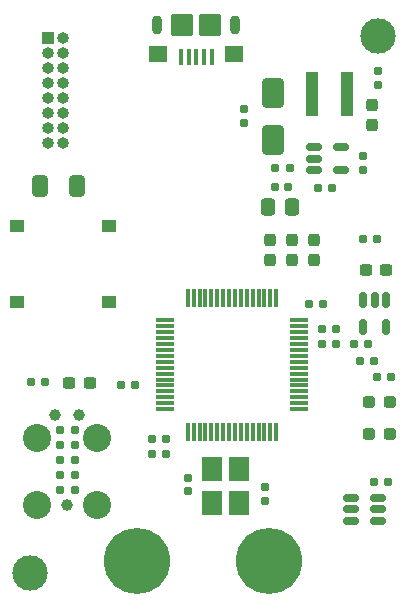
<source format=gbr>
%TF.GenerationSoftware,KiCad,Pcbnew,8.0.5*%
%TF.CreationDate,2024-10-08T14:31:27-07:00*%
%TF.ProjectId,USB_SPDTK2,5553425f-5350-4445-944b-322e6b696361,rev?*%
%TF.SameCoordinates,Original*%
%TF.FileFunction,Soldermask,Top*%
%TF.FilePolarity,Negative*%
%FSLAX46Y46*%
G04 Gerber Fmt 4.6, Leading zero omitted, Abs format (unit mm)*
G04 Created by KiCad (PCBNEW 8.0.5) date 2024-10-08 14:31:27*
%MOMM*%
%LPD*%
G01*
G04 APERTURE LIST*
G04 Aperture macros list*
%AMRoundRect*
0 Rectangle with rounded corners*
0 $1 Rounding radius*
0 $2 $3 $4 $5 $6 $7 $8 $9 X,Y pos of 4 corners*
0 Add a 4 corners polygon primitive as box body*
4,1,4,$2,$3,$4,$5,$6,$7,$8,$9,$2,$3,0*
0 Add four circle primitives for the rounded corners*
1,1,$1+$1,$2,$3*
1,1,$1+$1,$4,$5*
1,1,$1+$1,$6,$7*
1,1,$1+$1,$8,$9*
0 Add four rect primitives between the rounded corners*
20,1,$1+$1,$2,$3,$4,$5,0*
20,1,$1+$1,$4,$5,$6,$7,0*
20,1,$1+$1,$6,$7,$8,$9,0*
20,1,$1+$1,$8,$9,$2,$3,0*%
G04 Aperture macros list end*
%ADD10RoundRect,0.155000X0.155000X-0.212500X0.155000X0.212500X-0.155000X0.212500X-0.155000X-0.212500X0*%
%ADD11RoundRect,0.155000X-0.212500X-0.155000X0.212500X-0.155000X0.212500X0.155000X-0.212500X0.155000X0*%
%ADD12RoundRect,0.075000X0.075000X-0.700000X0.075000X0.700000X-0.075000X0.700000X-0.075000X-0.700000X0*%
%ADD13RoundRect,0.075000X0.700000X-0.075000X0.700000X0.075000X-0.700000X0.075000X-0.700000X-0.075000X0*%
%ADD14R,1.100000X3.700000*%
%ADD15RoundRect,0.155000X0.212500X0.155000X-0.212500X0.155000X-0.212500X-0.155000X0.212500X-0.155000X0*%
%ADD16RoundRect,0.237500X0.287500X0.237500X-0.287500X0.237500X-0.287500X-0.237500X0.287500X-0.237500X0*%
%ADD17RoundRect,0.160000X0.160000X-0.197500X0.160000X0.197500X-0.160000X0.197500X-0.160000X-0.197500X0*%
%ADD18RoundRect,0.237500X0.300000X0.237500X-0.300000X0.237500X-0.300000X-0.237500X0.300000X-0.237500X0*%
%ADD19R,1.250000X1.000000*%
%ADD20RoundRect,0.160000X0.197500X0.160000X-0.197500X0.160000X-0.197500X-0.160000X0.197500X-0.160000X0*%
%ADD21RoundRect,0.237500X0.237500X-0.300000X0.237500X0.300000X-0.237500X0.300000X-0.237500X-0.300000X0*%
%ADD22RoundRect,0.237500X-0.237500X0.287500X-0.237500X-0.287500X0.237500X-0.287500X0.237500X0.287500X0*%
%ADD23RoundRect,0.150000X-0.512500X-0.150000X0.512500X-0.150000X0.512500X0.150000X-0.512500X0.150000X0*%
%ADD24RoundRect,0.160000X-0.160000X0.197500X-0.160000X-0.197500X0.160000X-0.197500X0.160000X0.197500X0*%
%ADD25R,1.000000X1.000000*%
%ADD26O,1.000000X1.000000*%
%ADD27RoundRect,0.150000X-0.150000X0.512500X-0.150000X-0.512500X0.150000X-0.512500X0.150000X0.512500X0*%
%ADD28RoundRect,0.250000X-0.412500X-0.650000X0.412500X-0.650000X0.412500X0.650000X-0.412500X0.650000X0*%
%ADD29RoundRect,0.250000X0.650000X-1.000000X0.650000X1.000000X-0.650000X1.000000X-0.650000X-1.000000X0*%
%ADD30RoundRect,0.160000X-0.197500X-0.160000X0.197500X-0.160000X0.197500X0.160000X-0.197500X0.160000X0*%
%ADD31C,3.000000*%
%ADD32R,1.800000X2.100000*%
%ADD33C,3.600000*%
%ADD34C,5.600000*%
%ADD35C,2.374900*%
%ADD36C,0.990600*%
%ADD37C,0.787400*%
%ADD38RoundRect,0.155000X-0.155000X0.212500X-0.155000X-0.212500X0.155000X-0.212500X0.155000X0.212500X0*%
%ADD39RoundRect,0.237500X-0.300000X-0.237500X0.300000X-0.237500X0.300000X0.237500X-0.300000X0.237500X0*%
%ADD40RoundRect,0.250000X0.337500X0.475000X-0.337500X0.475000X-0.337500X-0.475000X0.337500X-0.475000X0*%
%ADD41RoundRect,0.100000X0.100000X0.575000X-0.100000X0.575000X-0.100000X-0.575000X0.100000X-0.575000X0*%
%ADD42O,0.900000X1.600000*%
%ADD43RoundRect,0.250000X0.550000X0.450000X-0.550000X0.450000X-0.550000X-0.450000X0.550000X-0.450000X0*%
%ADD44RoundRect,0.250000X0.700000X0.700000X-0.700000X0.700000X-0.700000X-0.700000X0.700000X-0.700000X0*%
G04 APERTURE END LIST*
D10*
%TO.C,C18*%
X129800000Y-105367500D03*
X129800000Y-104232500D03*
%TD*%
D11*
%TO.C,C8*%
X133565000Y-88700000D03*
X134700000Y-88700000D03*
%TD*%
D12*
%TO.C,U4*%
X123275000Y-99525000D03*
X123775000Y-99525000D03*
X124275000Y-99525000D03*
X124775000Y-99525000D03*
X125275000Y-99525000D03*
X125775000Y-99525000D03*
X126275000Y-99525000D03*
X126775000Y-99525000D03*
X127275000Y-99525000D03*
X127775000Y-99525000D03*
X128275000Y-99525000D03*
X128775000Y-99525000D03*
X129275000Y-99525000D03*
X129775000Y-99525000D03*
X130275000Y-99525000D03*
X130775000Y-99525000D03*
D13*
X132700000Y-97600000D03*
X132700000Y-97100000D03*
X132700000Y-96600000D03*
X132700000Y-96100000D03*
X132700000Y-95600000D03*
X132700000Y-95100000D03*
X132700000Y-94600000D03*
X132700000Y-94100000D03*
X132700000Y-93600000D03*
X132700000Y-93100000D03*
X132700000Y-92600000D03*
X132700000Y-92100000D03*
X132700000Y-91600000D03*
X132700000Y-91100000D03*
X132700000Y-90600000D03*
X132700000Y-90100000D03*
D12*
X130775000Y-88175000D03*
X130275000Y-88175000D03*
X129775000Y-88175000D03*
X129275000Y-88175000D03*
X128775000Y-88175000D03*
X128275000Y-88175000D03*
X127775000Y-88175000D03*
X127275000Y-88175000D03*
X126775000Y-88175000D03*
X126275000Y-88175000D03*
X125775000Y-88175000D03*
X125275000Y-88175000D03*
X124775000Y-88175000D03*
X124275000Y-88175000D03*
X123775000Y-88175000D03*
X123275000Y-88175000D03*
D13*
X121350000Y-90100000D03*
X121350000Y-90600000D03*
X121350000Y-91100000D03*
X121350000Y-91600000D03*
X121350000Y-92100000D03*
X121350000Y-92600000D03*
X121350000Y-93100000D03*
X121350000Y-93600000D03*
X121350000Y-94100000D03*
X121350000Y-94600000D03*
X121350000Y-95100000D03*
X121350000Y-95600000D03*
X121350000Y-96100000D03*
X121350000Y-96600000D03*
X121350000Y-97100000D03*
X121350000Y-97600000D03*
%TD*%
D11*
%TO.C,C5*%
X137900000Y-93500000D03*
X139035000Y-93500000D03*
%TD*%
D14*
%TO.C,L1*%
X136800000Y-70900000D03*
X133800000Y-70900000D03*
%TD*%
D15*
%TO.C,C7*%
X121400000Y-101400000D03*
X120265000Y-101400000D03*
%TD*%
D16*
%TO.C,D3*%
X140375000Y-99700000D03*
X138625000Y-99700000D03*
%TD*%
D17*
%TO.C,R3*%
X138100000Y-77395000D03*
X138100000Y-76200000D03*
%TD*%
D18*
%TO.C,C15*%
X114962500Y-95400000D03*
X113237500Y-95400000D03*
%TD*%
D19*
%TO.C,SW2*%
X116575000Y-82100000D03*
X108825000Y-82100000D03*
%TD*%
D17*
%TO.C,R2*%
X139400000Y-70197500D03*
X139400000Y-69002500D03*
%TD*%
D20*
%TO.C,R5*%
X135497500Y-78900000D03*
X134302500Y-78900000D03*
%TD*%
D21*
%TO.C,C1*%
X138900000Y-73562500D03*
X138900000Y-71837500D03*
%TD*%
D22*
%TO.C,D6*%
X130200000Y-83250000D03*
X130200000Y-85000000D03*
%TD*%
D23*
%TO.C,U1*%
X133962500Y-75450000D03*
X133962500Y-76400000D03*
X133962500Y-77350000D03*
X136237500Y-77350000D03*
X136237500Y-75450000D03*
%TD*%
D11*
%TO.C,C20*%
X139065000Y-103800000D03*
X140200000Y-103800000D03*
%TD*%
D24*
%TO.C,R1*%
X128000000Y-72202500D03*
X128000000Y-73397500D03*
%TD*%
D22*
%TO.C,D4*%
X134000000Y-83250000D03*
X134000000Y-85000000D03*
%TD*%
D25*
%TO.C,J3*%
X111430000Y-66190000D03*
D26*
X112700000Y-66190000D03*
X111430000Y-67460000D03*
X112700000Y-67460000D03*
X111430000Y-68730000D03*
X112700000Y-68730000D03*
X111430000Y-70000000D03*
X112700000Y-70000000D03*
X111430000Y-71270000D03*
X112700000Y-71270000D03*
X111430000Y-72540000D03*
X112700000Y-72540000D03*
X111430000Y-73810000D03*
X112700000Y-73810000D03*
X111430000Y-75080000D03*
X112700000Y-75080000D03*
%TD*%
D27*
%TO.C,U2*%
X140050000Y-88362500D03*
X139100000Y-88362500D03*
X138150000Y-88362500D03*
X138150000Y-90637500D03*
X140050000Y-90637500D03*
%TD*%
D28*
%TO.C,C21*%
X110737500Y-78700000D03*
X113862500Y-78700000D03*
%TD*%
D29*
%TO.C,D1*%
X130500000Y-74800000D03*
X130500000Y-70800000D03*
%TD*%
D30*
%TO.C,R10*%
X117602500Y-95600000D03*
X118797500Y-95600000D03*
%TD*%
D11*
%TO.C,C12*%
X120265000Y-100100000D03*
X121400000Y-100100000D03*
%TD*%
D31*
%TO.C,FID2*%
X139400000Y-66000000D03*
%TD*%
D20*
%TO.C,R4*%
X131897500Y-77200000D03*
X130702500Y-77200000D03*
%TD*%
%TO.C,R16*%
X135800000Y-92100000D03*
X134605000Y-92100000D03*
%TD*%
D32*
%TO.C,Y1*%
X125300000Y-102650000D03*
X125300000Y-105550000D03*
X127600000Y-105550000D03*
X127600000Y-102650000D03*
%TD*%
D22*
%TO.C,D5*%
X132100000Y-83250000D03*
X132100000Y-85000000D03*
%TD*%
D33*
%TO.C,H1*%
X119012000Y-110500000D03*
D34*
X119012000Y-110500000D03*
%TD*%
D15*
%TO.C,C19*%
X135800000Y-90800000D03*
X134665000Y-90800000D03*
%TD*%
D35*
%TO.C,J2*%
X110525000Y-105740000D03*
D36*
X113065000Y-105740000D03*
D35*
X115605000Y-105740000D03*
X110525000Y-100025000D03*
X115605000Y-100025000D03*
D36*
X112049000Y-98120000D03*
X114081000Y-98120000D03*
D37*
X113700000Y-104470000D03*
X113700000Y-103200000D03*
X113700000Y-101930000D03*
X113700000Y-100660000D03*
X113700000Y-99390000D03*
X112430000Y-99390000D03*
X112430000Y-100660000D03*
X112430000Y-101930000D03*
X112430000Y-103200000D03*
X112430000Y-104470000D03*
%TD*%
D38*
%TO.C,C17*%
X123300000Y-103432500D03*
X123300000Y-104567500D03*
%TD*%
D39*
%TO.C,C4*%
X138337500Y-85800000D03*
X140062500Y-85800000D03*
%TD*%
D40*
%TO.C,C3*%
X132137500Y-80500000D03*
X130062500Y-80500000D03*
%TD*%
D23*
%TO.C,U5*%
X137125000Y-105150000D03*
X137125000Y-106100000D03*
X137125000Y-107050000D03*
X139400000Y-107050000D03*
X139400000Y-106100000D03*
X139400000Y-105150000D03*
%TD*%
D30*
%TO.C,R8*%
X110002500Y-95300000D03*
X111197500Y-95300000D03*
%TD*%
D31*
%TO.C,FID1*%
X109900000Y-111500000D03*
%TD*%
D20*
%TO.C,R6*%
X140500000Y-94900000D03*
X139305000Y-94900000D03*
%TD*%
D33*
%TO.C,H2*%
X130188000Y-110500000D03*
D34*
X130188000Y-110500000D03*
%TD*%
D16*
%TO.C,D7*%
X140375000Y-97000000D03*
X138625000Y-97000000D03*
%TD*%
D11*
%TO.C,C2*%
X130665000Y-78800000D03*
X131800000Y-78800000D03*
%TD*%
D20*
%TO.C,R7*%
X139300000Y-83200000D03*
X138105000Y-83200000D03*
%TD*%
D11*
%TO.C,C6*%
X137365000Y-92100000D03*
X138500000Y-92100000D03*
%TD*%
D41*
%TO.C,J1*%
X125300000Y-67800000D03*
X124650000Y-67800000D03*
X124000000Y-67800000D03*
X123350000Y-67800000D03*
X122700000Y-67800000D03*
D42*
X127300000Y-65125000D03*
D43*
X127200000Y-67575000D03*
D44*
X125200000Y-65125000D03*
X122800000Y-65125000D03*
D43*
X120800000Y-67575000D03*
D42*
X120700000Y-65125000D03*
%TD*%
D19*
%TO.C,SW1*%
X116575000Y-88500000D03*
X108825000Y-88500000D03*
%TD*%
M02*

</source>
